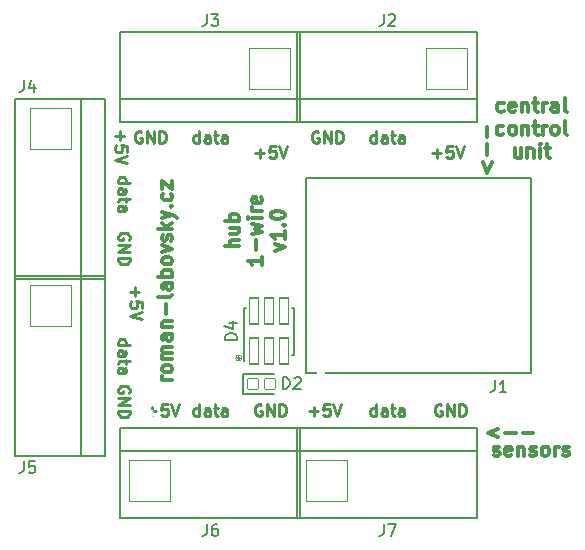
<source format=gto>
G04 #@! TF.GenerationSoftware,KiCad,Pcbnew,7.0.9*
G04 #@! TF.CreationDate,2023-12-23T15:59:00+01:00*
G04 #@! TF.ProjectId,hub-1-wire,6875622d-312d-4776-9972-652e6b696361,v1.0*
G04 #@! TF.SameCoordinates,Original*
G04 #@! TF.FileFunction,Legend,Top*
G04 #@! TF.FilePolarity,Positive*
%FSLAX46Y46*%
G04 Gerber Fmt 4.6, Leading zero omitted, Abs format (unit mm)*
G04 Created by KiCad (PCBNEW 7.0.9) date 2023-12-23 15:59:00*
%MOMM*%
%LPD*%
G01*
G04 APERTURE LIST*
G04 Aperture macros list*
%AMRoundRect*
0 Rectangle with rounded corners*
0 $1 Rounding radius*
0 $2 $3 $4 $5 $6 $7 $8 $9 X,Y pos of 4 corners*
0 Add a 4 corners polygon primitive as box body*
4,1,4,$2,$3,$4,$5,$6,$7,$8,$9,$2,$3,0*
0 Add four circle primitives for the rounded corners*
1,1,$1+$1,$2,$3*
1,1,$1+$1,$4,$5*
1,1,$1+$1,$6,$7*
1,1,$1+$1,$8,$9*
0 Add four rect primitives between the rounded corners*
20,1,$1+$1,$2,$3,$4,$5,0*
20,1,$1+$1,$4,$5,$6,$7,0*
20,1,$1+$1,$6,$7,$8,$9,0*
20,1,$1+$1,$8,$9,$2,$3,0*%
G04 Aperture macros list end*
%ADD10C,0.300000*%
%ADD11C,0.250000*%
%ADD12C,0.160000*%
%ADD13C,0.120000*%
%ADD14C,3.300000*%
%ADD15C,6.102000*%
%ADD16RoundRect,0.051000X1.750000X1.750000X-1.750000X1.750000X-1.750000X-1.750000X1.750000X-1.750000X0*%
%ADD17C,3.602000*%
%ADD18RoundRect,0.051000X1.750000X-1.750000X1.750000X1.750000X-1.750000X1.750000X-1.750000X-1.750000X0*%
%ADD19RoundRect,0.051000X-1.750000X-1.750000X1.750000X-1.750000X1.750000X1.750000X-1.750000X1.750000X0*%
%ADD20C,3.402000*%
%ADD21C,1.602000*%
%ADD22RoundRect,0.051000X0.400000X-1.100000X0.400000X1.100000X-0.400000X1.100000X-0.400000X-1.100000X0*%
%ADD23RoundRect,0.051000X-0.450000X-0.450000X0.450000X-0.450000X0.450000X0.450000X-0.450000X0.450000X0*%
%ADD24C,0.902000*%
G04 APERTURE END LIST*
D10*
X170935542Y-78752571D02*
X171278400Y-79666856D01*
X171278400Y-79666856D02*
X171621257Y-78752571D01*
X171278400Y-78181142D02*
X171278400Y-77266857D01*
X171278400Y-76695428D02*
X171278400Y-75781143D01*
X172199429Y-101339542D02*
X171285143Y-101682400D01*
X171285143Y-101682400D02*
X172199429Y-102025257D01*
X172770857Y-101682400D02*
X173685143Y-101682400D01*
X174256571Y-101682400D02*
X175170857Y-101682400D01*
X171806000Y-103606400D02*
X171920286Y-103663542D01*
X171920286Y-103663542D02*
X172148857Y-103663542D01*
X172148857Y-103663542D02*
X172263143Y-103606400D01*
X172263143Y-103606400D02*
X172320286Y-103492114D01*
X172320286Y-103492114D02*
X172320286Y-103434971D01*
X172320286Y-103434971D02*
X172263143Y-103320685D01*
X172263143Y-103320685D02*
X172148857Y-103263542D01*
X172148857Y-103263542D02*
X171977429Y-103263542D01*
X171977429Y-103263542D02*
X171863143Y-103206400D01*
X171863143Y-103206400D02*
X171806000Y-103092114D01*
X171806000Y-103092114D02*
X171806000Y-103034971D01*
X171806000Y-103034971D02*
X171863143Y-102920685D01*
X171863143Y-102920685D02*
X171977429Y-102863542D01*
X171977429Y-102863542D02*
X172148857Y-102863542D01*
X172148857Y-102863542D02*
X172263143Y-102920685D01*
X173291715Y-103606400D02*
X173177429Y-103663542D01*
X173177429Y-103663542D02*
X172948858Y-103663542D01*
X172948858Y-103663542D02*
X172834572Y-103606400D01*
X172834572Y-103606400D02*
X172777429Y-103492114D01*
X172777429Y-103492114D02*
X172777429Y-103034971D01*
X172777429Y-103034971D02*
X172834572Y-102920685D01*
X172834572Y-102920685D02*
X172948858Y-102863542D01*
X172948858Y-102863542D02*
X173177429Y-102863542D01*
X173177429Y-102863542D02*
X173291715Y-102920685D01*
X173291715Y-102920685D02*
X173348858Y-103034971D01*
X173348858Y-103034971D02*
X173348858Y-103149257D01*
X173348858Y-103149257D02*
X172777429Y-103263542D01*
X173863143Y-102863542D02*
X173863143Y-103663542D01*
X173863143Y-102977828D02*
X173920286Y-102920685D01*
X173920286Y-102920685D02*
X174034571Y-102863542D01*
X174034571Y-102863542D02*
X174206000Y-102863542D01*
X174206000Y-102863542D02*
X174320286Y-102920685D01*
X174320286Y-102920685D02*
X174377429Y-103034971D01*
X174377429Y-103034971D02*
X174377429Y-103663542D01*
X174891714Y-103606400D02*
X175006000Y-103663542D01*
X175006000Y-103663542D02*
X175234571Y-103663542D01*
X175234571Y-103663542D02*
X175348857Y-103606400D01*
X175348857Y-103606400D02*
X175406000Y-103492114D01*
X175406000Y-103492114D02*
X175406000Y-103434971D01*
X175406000Y-103434971D02*
X175348857Y-103320685D01*
X175348857Y-103320685D02*
X175234571Y-103263542D01*
X175234571Y-103263542D02*
X175063143Y-103263542D01*
X175063143Y-103263542D02*
X174948857Y-103206400D01*
X174948857Y-103206400D02*
X174891714Y-103092114D01*
X174891714Y-103092114D02*
X174891714Y-103034971D01*
X174891714Y-103034971D02*
X174948857Y-102920685D01*
X174948857Y-102920685D02*
X175063143Y-102863542D01*
X175063143Y-102863542D02*
X175234571Y-102863542D01*
X175234571Y-102863542D02*
X175348857Y-102920685D01*
X176091714Y-103663542D02*
X175977429Y-103606400D01*
X175977429Y-103606400D02*
X175920286Y-103549257D01*
X175920286Y-103549257D02*
X175863143Y-103434971D01*
X175863143Y-103434971D02*
X175863143Y-103092114D01*
X175863143Y-103092114D02*
X175920286Y-102977828D01*
X175920286Y-102977828D02*
X175977429Y-102920685D01*
X175977429Y-102920685D02*
X176091714Y-102863542D01*
X176091714Y-102863542D02*
X176263143Y-102863542D01*
X176263143Y-102863542D02*
X176377429Y-102920685D01*
X176377429Y-102920685D02*
X176434572Y-102977828D01*
X176434572Y-102977828D02*
X176491714Y-103092114D01*
X176491714Y-103092114D02*
X176491714Y-103434971D01*
X176491714Y-103434971D02*
X176434572Y-103549257D01*
X176434572Y-103549257D02*
X176377429Y-103606400D01*
X176377429Y-103606400D02*
X176263143Y-103663542D01*
X176263143Y-103663542D02*
X176091714Y-103663542D01*
X177006000Y-103663542D02*
X177006000Y-102863542D01*
X177006000Y-103092114D02*
X177063143Y-102977828D01*
X177063143Y-102977828D02*
X177120286Y-102920685D01*
X177120286Y-102920685D02*
X177234571Y-102863542D01*
X177234571Y-102863542D02*
X177348857Y-102863542D01*
X177691714Y-103606400D02*
X177806000Y-103663542D01*
X177806000Y-103663542D02*
X178034571Y-103663542D01*
X178034571Y-103663542D02*
X178148857Y-103606400D01*
X178148857Y-103606400D02*
X178206000Y-103492114D01*
X178206000Y-103492114D02*
X178206000Y-103434971D01*
X178206000Y-103434971D02*
X178148857Y-103320685D01*
X178148857Y-103320685D02*
X178034571Y-103263542D01*
X178034571Y-103263542D02*
X177863143Y-103263542D01*
X177863143Y-103263542D02*
X177748857Y-103206400D01*
X177748857Y-103206400D02*
X177691714Y-103092114D01*
X177691714Y-103092114D02*
X177691714Y-103034971D01*
X177691714Y-103034971D02*
X177748857Y-102920685D01*
X177748857Y-102920685D02*
X177863143Y-102863542D01*
X177863143Y-102863542D02*
X178034571Y-102863542D01*
X178034571Y-102863542D02*
X178148857Y-102920685D01*
X150245542Y-85924856D02*
X149045542Y-85924856D01*
X150245542Y-85410571D02*
X149616971Y-85410571D01*
X149616971Y-85410571D02*
X149502685Y-85467713D01*
X149502685Y-85467713D02*
X149445542Y-85581999D01*
X149445542Y-85581999D02*
X149445542Y-85753428D01*
X149445542Y-85753428D02*
X149502685Y-85867713D01*
X149502685Y-85867713D02*
X149559828Y-85924856D01*
X149445542Y-84324857D02*
X150245542Y-84324857D01*
X149445542Y-84839142D02*
X150074114Y-84839142D01*
X150074114Y-84839142D02*
X150188400Y-84781999D01*
X150188400Y-84781999D02*
X150245542Y-84667714D01*
X150245542Y-84667714D02*
X150245542Y-84496285D01*
X150245542Y-84496285D02*
X150188400Y-84381999D01*
X150188400Y-84381999D02*
X150131257Y-84324857D01*
X150245542Y-83753428D02*
X149045542Y-83753428D01*
X149502685Y-83753428D02*
X149445542Y-83639143D01*
X149445542Y-83639143D02*
X149445542Y-83410571D01*
X149445542Y-83410571D02*
X149502685Y-83296285D01*
X149502685Y-83296285D02*
X149559828Y-83239143D01*
X149559828Y-83239143D02*
X149674114Y-83182000D01*
X149674114Y-83182000D02*
X150016971Y-83182000D01*
X150016971Y-83182000D02*
X150131257Y-83239143D01*
X150131257Y-83239143D02*
X150188400Y-83296285D01*
X150188400Y-83296285D02*
X150245542Y-83410571D01*
X150245542Y-83410571D02*
X150245542Y-83639143D01*
X150245542Y-83639143D02*
X150188400Y-83753428D01*
X152177542Y-86781999D02*
X152177542Y-87467713D01*
X152177542Y-87124856D02*
X150977542Y-87124856D01*
X150977542Y-87124856D02*
X151148971Y-87239142D01*
X151148971Y-87239142D02*
X151263257Y-87353427D01*
X151263257Y-87353427D02*
X151320400Y-87467713D01*
X151720400Y-86267713D02*
X151720400Y-85353428D01*
X151377542Y-84896285D02*
X152177542Y-84667714D01*
X152177542Y-84667714D02*
X151606114Y-84439142D01*
X151606114Y-84439142D02*
X152177542Y-84210571D01*
X152177542Y-84210571D02*
X151377542Y-83981999D01*
X152177542Y-83524856D02*
X151377542Y-83524856D01*
X150977542Y-83524856D02*
X151034685Y-83581999D01*
X151034685Y-83581999D02*
X151091828Y-83524856D01*
X151091828Y-83524856D02*
X151034685Y-83467713D01*
X151034685Y-83467713D02*
X150977542Y-83524856D01*
X150977542Y-83524856D02*
X151091828Y-83524856D01*
X152177542Y-82953427D02*
X151377542Y-82953427D01*
X151606114Y-82953427D02*
X151491828Y-82896284D01*
X151491828Y-82896284D02*
X151434685Y-82839142D01*
X151434685Y-82839142D02*
X151377542Y-82724856D01*
X151377542Y-82724856D02*
X151377542Y-82610570D01*
X152120400Y-81753427D02*
X152177542Y-81867713D01*
X152177542Y-81867713D02*
X152177542Y-82096285D01*
X152177542Y-82096285D02*
X152120400Y-82210570D01*
X152120400Y-82210570D02*
X152006114Y-82267713D01*
X152006114Y-82267713D02*
X151548971Y-82267713D01*
X151548971Y-82267713D02*
X151434685Y-82210570D01*
X151434685Y-82210570D02*
X151377542Y-82096285D01*
X151377542Y-82096285D02*
X151377542Y-81867713D01*
X151377542Y-81867713D02*
X151434685Y-81753427D01*
X151434685Y-81753427D02*
X151548971Y-81696285D01*
X151548971Y-81696285D02*
X151663257Y-81696285D01*
X151663257Y-81696285D02*
X151777542Y-82267713D01*
X153309542Y-86296285D02*
X154109542Y-86010571D01*
X154109542Y-86010571D02*
X153309542Y-85724856D01*
X154109542Y-84639142D02*
X154109542Y-85324856D01*
X154109542Y-84981999D02*
X152909542Y-84981999D01*
X152909542Y-84981999D02*
X153080971Y-85096285D01*
X153080971Y-85096285D02*
X153195257Y-85210570D01*
X153195257Y-85210570D02*
X153252400Y-85324856D01*
X153995257Y-84124856D02*
X154052400Y-84067713D01*
X154052400Y-84067713D02*
X154109542Y-84124856D01*
X154109542Y-84124856D02*
X154052400Y-84181999D01*
X154052400Y-84181999D02*
X153995257Y-84124856D01*
X153995257Y-84124856D02*
X154109542Y-84124856D01*
X152909542Y-83324856D02*
X152909542Y-83210570D01*
X152909542Y-83210570D02*
X152966685Y-83096284D01*
X152966685Y-83096284D02*
X153023828Y-83039142D01*
X153023828Y-83039142D02*
X153138114Y-82981999D01*
X153138114Y-82981999D02*
X153366685Y-82924856D01*
X153366685Y-82924856D02*
X153652400Y-82924856D01*
X153652400Y-82924856D02*
X153880971Y-82981999D01*
X153880971Y-82981999D02*
X153995257Y-83039142D01*
X153995257Y-83039142D02*
X154052400Y-83096284D01*
X154052400Y-83096284D02*
X154109542Y-83210570D01*
X154109542Y-83210570D02*
X154109542Y-83324856D01*
X154109542Y-83324856D02*
X154052400Y-83439142D01*
X154052400Y-83439142D02*
X153995257Y-83496284D01*
X153995257Y-83496284D02*
X153880971Y-83553427D01*
X153880971Y-83553427D02*
X153652400Y-83610570D01*
X153652400Y-83610570D02*
X153366685Y-83610570D01*
X153366685Y-83610570D02*
X153138114Y-83553427D01*
X153138114Y-83553427D02*
X153023828Y-83496284D01*
X153023828Y-83496284D02*
X152966685Y-83439142D01*
X152966685Y-83439142D02*
X152909542Y-83324856D01*
X172663144Y-74496400D02*
X172548858Y-74553542D01*
X172548858Y-74553542D02*
X172320286Y-74553542D01*
X172320286Y-74553542D02*
X172206001Y-74496400D01*
X172206001Y-74496400D02*
X172148858Y-74439257D01*
X172148858Y-74439257D02*
X172091715Y-74324971D01*
X172091715Y-74324971D02*
X172091715Y-73982114D01*
X172091715Y-73982114D02*
X172148858Y-73867828D01*
X172148858Y-73867828D02*
X172206001Y-73810685D01*
X172206001Y-73810685D02*
X172320286Y-73753542D01*
X172320286Y-73753542D02*
X172548858Y-73753542D01*
X172548858Y-73753542D02*
X172663144Y-73810685D01*
X173634572Y-74496400D02*
X173520286Y-74553542D01*
X173520286Y-74553542D02*
X173291715Y-74553542D01*
X173291715Y-74553542D02*
X173177429Y-74496400D01*
X173177429Y-74496400D02*
X173120286Y-74382114D01*
X173120286Y-74382114D02*
X173120286Y-73924971D01*
X173120286Y-73924971D02*
X173177429Y-73810685D01*
X173177429Y-73810685D02*
X173291715Y-73753542D01*
X173291715Y-73753542D02*
X173520286Y-73753542D01*
X173520286Y-73753542D02*
X173634572Y-73810685D01*
X173634572Y-73810685D02*
X173691715Y-73924971D01*
X173691715Y-73924971D02*
X173691715Y-74039257D01*
X173691715Y-74039257D02*
X173120286Y-74153542D01*
X174206000Y-73753542D02*
X174206000Y-74553542D01*
X174206000Y-73867828D02*
X174263143Y-73810685D01*
X174263143Y-73810685D02*
X174377428Y-73753542D01*
X174377428Y-73753542D02*
X174548857Y-73753542D01*
X174548857Y-73753542D02*
X174663143Y-73810685D01*
X174663143Y-73810685D02*
X174720286Y-73924971D01*
X174720286Y-73924971D02*
X174720286Y-74553542D01*
X175120285Y-73753542D02*
X175577428Y-73753542D01*
X175291714Y-73353542D02*
X175291714Y-74382114D01*
X175291714Y-74382114D02*
X175348857Y-74496400D01*
X175348857Y-74496400D02*
X175463142Y-74553542D01*
X175463142Y-74553542D02*
X175577428Y-74553542D01*
X175977428Y-74553542D02*
X175977428Y-73753542D01*
X175977428Y-73982114D02*
X176034571Y-73867828D01*
X176034571Y-73867828D02*
X176091714Y-73810685D01*
X176091714Y-73810685D02*
X176205999Y-73753542D01*
X176205999Y-73753542D02*
X176320285Y-73753542D01*
X177234571Y-74553542D02*
X177234571Y-73924971D01*
X177234571Y-73924971D02*
X177177428Y-73810685D01*
X177177428Y-73810685D02*
X177063142Y-73753542D01*
X177063142Y-73753542D02*
X176834571Y-73753542D01*
X176834571Y-73753542D02*
X176720285Y-73810685D01*
X177234571Y-74496400D02*
X177120285Y-74553542D01*
X177120285Y-74553542D02*
X176834571Y-74553542D01*
X176834571Y-74553542D02*
X176720285Y-74496400D01*
X176720285Y-74496400D02*
X176663142Y-74382114D01*
X176663142Y-74382114D02*
X176663142Y-74267828D01*
X176663142Y-74267828D02*
X176720285Y-74153542D01*
X176720285Y-74153542D02*
X176834571Y-74096400D01*
X176834571Y-74096400D02*
X177120285Y-74096400D01*
X177120285Y-74096400D02*
X177234571Y-74039257D01*
X177977427Y-74553542D02*
X177863142Y-74496400D01*
X177863142Y-74496400D02*
X177805999Y-74382114D01*
X177805999Y-74382114D02*
X177805999Y-73353542D01*
X172634573Y-76428400D02*
X172520287Y-76485542D01*
X172520287Y-76485542D02*
X172291715Y-76485542D01*
X172291715Y-76485542D02*
X172177430Y-76428400D01*
X172177430Y-76428400D02*
X172120287Y-76371257D01*
X172120287Y-76371257D02*
X172063144Y-76256971D01*
X172063144Y-76256971D02*
X172063144Y-75914114D01*
X172063144Y-75914114D02*
X172120287Y-75799828D01*
X172120287Y-75799828D02*
X172177430Y-75742685D01*
X172177430Y-75742685D02*
X172291715Y-75685542D01*
X172291715Y-75685542D02*
X172520287Y-75685542D01*
X172520287Y-75685542D02*
X172634573Y-75742685D01*
X173320286Y-76485542D02*
X173206001Y-76428400D01*
X173206001Y-76428400D02*
X173148858Y-76371257D01*
X173148858Y-76371257D02*
X173091715Y-76256971D01*
X173091715Y-76256971D02*
X173091715Y-75914114D01*
X173091715Y-75914114D02*
X173148858Y-75799828D01*
X173148858Y-75799828D02*
X173206001Y-75742685D01*
X173206001Y-75742685D02*
X173320286Y-75685542D01*
X173320286Y-75685542D02*
X173491715Y-75685542D01*
X173491715Y-75685542D02*
X173606001Y-75742685D01*
X173606001Y-75742685D02*
X173663144Y-75799828D01*
X173663144Y-75799828D02*
X173720286Y-75914114D01*
X173720286Y-75914114D02*
X173720286Y-76256971D01*
X173720286Y-76256971D02*
X173663144Y-76371257D01*
X173663144Y-76371257D02*
X173606001Y-76428400D01*
X173606001Y-76428400D02*
X173491715Y-76485542D01*
X173491715Y-76485542D02*
X173320286Y-76485542D01*
X174234572Y-75685542D02*
X174234572Y-76485542D01*
X174234572Y-75799828D02*
X174291715Y-75742685D01*
X174291715Y-75742685D02*
X174406000Y-75685542D01*
X174406000Y-75685542D02*
X174577429Y-75685542D01*
X174577429Y-75685542D02*
X174691715Y-75742685D01*
X174691715Y-75742685D02*
X174748858Y-75856971D01*
X174748858Y-75856971D02*
X174748858Y-76485542D01*
X175148857Y-75685542D02*
X175606000Y-75685542D01*
X175320286Y-75285542D02*
X175320286Y-76314114D01*
X175320286Y-76314114D02*
X175377429Y-76428400D01*
X175377429Y-76428400D02*
X175491714Y-76485542D01*
X175491714Y-76485542D02*
X175606000Y-76485542D01*
X176006000Y-76485542D02*
X176006000Y-75685542D01*
X176006000Y-75914114D02*
X176063143Y-75799828D01*
X176063143Y-75799828D02*
X176120286Y-75742685D01*
X176120286Y-75742685D02*
X176234571Y-75685542D01*
X176234571Y-75685542D02*
X176348857Y-75685542D01*
X176920285Y-76485542D02*
X176806000Y-76428400D01*
X176806000Y-76428400D02*
X176748857Y-76371257D01*
X176748857Y-76371257D02*
X176691714Y-76256971D01*
X176691714Y-76256971D02*
X176691714Y-75914114D01*
X176691714Y-75914114D02*
X176748857Y-75799828D01*
X176748857Y-75799828D02*
X176806000Y-75742685D01*
X176806000Y-75742685D02*
X176920285Y-75685542D01*
X176920285Y-75685542D02*
X177091714Y-75685542D01*
X177091714Y-75685542D02*
X177206000Y-75742685D01*
X177206000Y-75742685D02*
X177263143Y-75799828D01*
X177263143Y-75799828D02*
X177320285Y-75914114D01*
X177320285Y-75914114D02*
X177320285Y-76256971D01*
X177320285Y-76256971D02*
X177263143Y-76371257D01*
X177263143Y-76371257D02*
X177206000Y-76428400D01*
X177206000Y-76428400D02*
X177091714Y-76485542D01*
X177091714Y-76485542D02*
X176920285Y-76485542D01*
X178005999Y-76485542D02*
X177891714Y-76428400D01*
X177891714Y-76428400D02*
X177834571Y-76314114D01*
X177834571Y-76314114D02*
X177834571Y-75285542D01*
X174091715Y-77617542D02*
X174091715Y-78417542D01*
X173577429Y-77617542D02*
X173577429Y-78246114D01*
X173577429Y-78246114D02*
X173634572Y-78360400D01*
X173634572Y-78360400D02*
X173748857Y-78417542D01*
X173748857Y-78417542D02*
X173920286Y-78417542D01*
X173920286Y-78417542D02*
X174034572Y-78360400D01*
X174034572Y-78360400D02*
X174091715Y-78303257D01*
X174663143Y-77617542D02*
X174663143Y-78417542D01*
X174663143Y-77731828D02*
X174720286Y-77674685D01*
X174720286Y-77674685D02*
X174834571Y-77617542D01*
X174834571Y-77617542D02*
X175006000Y-77617542D01*
X175006000Y-77617542D02*
X175120286Y-77674685D01*
X175120286Y-77674685D02*
X175177429Y-77788971D01*
X175177429Y-77788971D02*
X175177429Y-78417542D01*
X175748857Y-78417542D02*
X175748857Y-77617542D01*
X175748857Y-77217542D02*
X175691714Y-77274685D01*
X175691714Y-77274685D02*
X175748857Y-77331828D01*
X175748857Y-77331828D02*
X175806000Y-77274685D01*
X175806000Y-77274685D02*
X175748857Y-77217542D01*
X175748857Y-77217542D02*
X175748857Y-77331828D01*
X176148857Y-77617542D02*
X176606000Y-77617542D01*
X176320286Y-77217542D02*
X176320286Y-78246114D01*
X176320286Y-78246114D02*
X176377429Y-78360400D01*
X176377429Y-78360400D02*
X176491714Y-78417542D01*
X176491714Y-78417542D02*
X176606000Y-78417542D01*
X144557542Y-97271427D02*
X143757542Y-97271427D01*
X143986114Y-97271427D02*
X143871828Y-97214284D01*
X143871828Y-97214284D02*
X143814685Y-97157142D01*
X143814685Y-97157142D02*
X143757542Y-97042856D01*
X143757542Y-97042856D02*
X143757542Y-96928570D01*
X144557542Y-96357142D02*
X144500400Y-96471427D01*
X144500400Y-96471427D02*
X144443257Y-96528570D01*
X144443257Y-96528570D02*
X144328971Y-96585713D01*
X144328971Y-96585713D02*
X143986114Y-96585713D01*
X143986114Y-96585713D02*
X143871828Y-96528570D01*
X143871828Y-96528570D02*
X143814685Y-96471427D01*
X143814685Y-96471427D02*
X143757542Y-96357142D01*
X143757542Y-96357142D02*
X143757542Y-96185713D01*
X143757542Y-96185713D02*
X143814685Y-96071427D01*
X143814685Y-96071427D02*
X143871828Y-96014285D01*
X143871828Y-96014285D02*
X143986114Y-95957142D01*
X143986114Y-95957142D02*
X144328971Y-95957142D01*
X144328971Y-95957142D02*
X144443257Y-96014285D01*
X144443257Y-96014285D02*
X144500400Y-96071427D01*
X144500400Y-96071427D02*
X144557542Y-96185713D01*
X144557542Y-96185713D02*
X144557542Y-96357142D01*
X144557542Y-95442856D02*
X143757542Y-95442856D01*
X143871828Y-95442856D02*
X143814685Y-95385713D01*
X143814685Y-95385713D02*
X143757542Y-95271428D01*
X143757542Y-95271428D02*
X143757542Y-95099999D01*
X143757542Y-95099999D02*
X143814685Y-94985713D01*
X143814685Y-94985713D02*
X143928971Y-94928571D01*
X143928971Y-94928571D02*
X144557542Y-94928571D01*
X143928971Y-94928571D02*
X143814685Y-94871428D01*
X143814685Y-94871428D02*
X143757542Y-94757142D01*
X143757542Y-94757142D02*
X143757542Y-94585713D01*
X143757542Y-94585713D02*
X143814685Y-94471428D01*
X143814685Y-94471428D02*
X143928971Y-94414285D01*
X143928971Y-94414285D02*
X144557542Y-94414285D01*
X144557542Y-93328571D02*
X143928971Y-93328571D01*
X143928971Y-93328571D02*
X143814685Y-93385713D01*
X143814685Y-93385713D02*
X143757542Y-93499999D01*
X143757542Y-93499999D02*
X143757542Y-93728571D01*
X143757542Y-93728571D02*
X143814685Y-93842856D01*
X144500400Y-93328571D02*
X144557542Y-93442856D01*
X144557542Y-93442856D02*
X144557542Y-93728571D01*
X144557542Y-93728571D02*
X144500400Y-93842856D01*
X144500400Y-93842856D02*
X144386114Y-93899999D01*
X144386114Y-93899999D02*
X144271828Y-93899999D01*
X144271828Y-93899999D02*
X144157542Y-93842856D01*
X144157542Y-93842856D02*
X144100400Y-93728571D01*
X144100400Y-93728571D02*
X144100400Y-93442856D01*
X144100400Y-93442856D02*
X144043257Y-93328571D01*
X143757542Y-92757142D02*
X144557542Y-92757142D01*
X143871828Y-92757142D02*
X143814685Y-92699999D01*
X143814685Y-92699999D02*
X143757542Y-92585714D01*
X143757542Y-92585714D02*
X143757542Y-92414285D01*
X143757542Y-92414285D02*
X143814685Y-92299999D01*
X143814685Y-92299999D02*
X143928971Y-92242857D01*
X143928971Y-92242857D02*
X144557542Y-92242857D01*
X144100400Y-91671428D02*
X144100400Y-90757143D01*
X144557542Y-90014286D02*
X144500400Y-90128571D01*
X144500400Y-90128571D02*
X144386114Y-90185714D01*
X144386114Y-90185714D02*
X143357542Y-90185714D01*
X144557542Y-89042858D02*
X143928971Y-89042858D01*
X143928971Y-89042858D02*
X143814685Y-89100000D01*
X143814685Y-89100000D02*
X143757542Y-89214286D01*
X143757542Y-89214286D02*
X143757542Y-89442858D01*
X143757542Y-89442858D02*
X143814685Y-89557143D01*
X144500400Y-89042858D02*
X144557542Y-89157143D01*
X144557542Y-89157143D02*
X144557542Y-89442858D01*
X144557542Y-89442858D02*
X144500400Y-89557143D01*
X144500400Y-89557143D02*
X144386114Y-89614286D01*
X144386114Y-89614286D02*
X144271828Y-89614286D01*
X144271828Y-89614286D02*
X144157542Y-89557143D01*
X144157542Y-89557143D02*
X144100400Y-89442858D01*
X144100400Y-89442858D02*
X144100400Y-89157143D01*
X144100400Y-89157143D02*
X144043257Y-89042858D01*
X144557542Y-88471429D02*
X143357542Y-88471429D01*
X143814685Y-88471429D02*
X143757542Y-88357144D01*
X143757542Y-88357144D02*
X143757542Y-88128572D01*
X143757542Y-88128572D02*
X143814685Y-88014286D01*
X143814685Y-88014286D02*
X143871828Y-87957144D01*
X143871828Y-87957144D02*
X143986114Y-87900001D01*
X143986114Y-87900001D02*
X144328971Y-87900001D01*
X144328971Y-87900001D02*
X144443257Y-87957144D01*
X144443257Y-87957144D02*
X144500400Y-88014286D01*
X144500400Y-88014286D02*
X144557542Y-88128572D01*
X144557542Y-88128572D02*
X144557542Y-88357144D01*
X144557542Y-88357144D02*
X144500400Y-88471429D01*
X144557542Y-87214287D02*
X144500400Y-87328572D01*
X144500400Y-87328572D02*
X144443257Y-87385715D01*
X144443257Y-87385715D02*
X144328971Y-87442858D01*
X144328971Y-87442858D02*
X143986114Y-87442858D01*
X143986114Y-87442858D02*
X143871828Y-87385715D01*
X143871828Y-87385715D02*
X143814685Y-87328572D01*
X143814685Y-87328572D02*
X143757542Y-87214287D01*
X143757542Y-87214287D02*
X143757542Y-87042858D01*
X143757542Y-87042858D02*
X143814685Y-86928572D01*
X143814685Y-86928572D02*
X143871828Y-86871430D01*
X143871828Y-86871430D02*
X143986114Y-86814287D01*
X143986114Y-86814287D02*
X144328971Y-86814287D01*
X144328971Y-86814287D02*
X144443257Y-86871430D01*
X144443257Y-86871430D02*
X144500400Y-86928572D01*
X144500400Y-86928572D02*
X144557542Y-87042858D01*
X144557542Y-87042858D02*
X144557542Y-87214287D01*
X143757542Y-86414287D02*
X144557542Y-86128573D01*
X144557542Y-86128573D02*
X143757542Y-85842858D01*
X144500400Y-85442858D02*
X144557542Y-85328572D01*
X144557542Y-85328572D02*
X144557542Y-85100001D01*
X144557542Y-85100001D02*
X144500400Y-84985715D01*
X144500400Y-84985715D02*
X144386114Y-84928572D01*
X144386114Y-84928572D02*
X144328971Y-84928572D01*
X144328971Y-84928572D02*
X144214685Y-84985715D01*
X144214685Y-84985715D02*
X144157542Y-85100001D01*
X144157542Y-85100001D02*
X144157542Y-85271430D01*
X144157542Y-85271430D02*
X144100400Y-85385715D01*
X144100400Y-85385715D02*
X143986114Y-85442858D01*
X143986114Y-85442858D02*
X143928971Y-85442858D01*
X143928971Y-85442858D02*
X143814685Y-85385715D01*
X143814685Y-85385715D02*
X143757542Y-85271430D01*
X143757542Y-85271430D02*
X143757542Y-85100001D01*
X143757542Y-85100001D02*
X143814685Y-84985715D01*
X144557542Y-84414286D02*
X143357542Y-84414286D01*
X144100400Y-84300001D02*
X144557542Y-83957143D01*
X143757542Y-83957143D02*
X144214685Y-84414286D01*
X143757542Y-83557143D02*
X144557542Y-83271429D01*
X143757542Y-82985714D02*
X144557542Y-83271429D01*
X144557542Y-83271429D02*
X144843257Y-83385714D01*
X144843257Y-83385714D02*
X144900400Y-83442857D01*
X144900400Y-83442857D02*
X144957542Y-83557143D01*
X144443257Y-82528571D02*
X144500400Y-82471428D01*
X144500400Y-82471428D02*
X144557542Y-82528571D01*
X144557542Y-82528571D02*
X144500400Y-82585714D01*
X144500400Y-82585714D02*
X144443257Y-82528571D01*
X144443257Y-82528571D02*
X144557542Y-82528571D01*
X144500400Y-81442857D02*
X144557542Y-81557142D01*
X144557542Y-81557142D02*
X144557542Y-81785714D01*
X144557542Y-81785714D02*
X144500400Y-81899999D01*
X144500400Y-81899999D02*
X144443257Y-81957142D01*
X144443257Y-81957142D02*
X144328971Y-82014285D01*
X144328971Y-82014285D02*
X143986114Y-82014285D01*
X143986114Y-82014285D02*
X143871828Y-81957142D01*
X143871828Y-81957142D02*
X143814685Y-81899999D01*
X143814685Y-81899999D02*
X143757542Y-81785714D01*
X143757542Y-81785714D02*
X143757542Y-81557142D01*
X143757542Y-81557142D02*
X143814685Y-81442857D01*
X143757542Y-81042857D02*
X143757542Y-80414286D01*
X143757542Y-80414286D02*
X144557542Y-81042857D01*
X144557542Y-81042857D02*
X144557542Y-80414286D01*
D11*
X156194286Y-99890666D02*
X156956191Y-99890666D01*
X156575238Y-100271619D02*
X156575238Y-99509714D01*
X157908571Y-99271619D02*
X157432381Y-99271619D01*
X157432381Y-99271619D02*
X157384762Y-99747809D01*
X157384762Y-99747809D02*
X157432381Y-99700190D01*
X157432381Y-99700190D02*
X157527619Y-99652571D01*
X157527619Y-99652571D02*
X157765714Y-99652571D01*
X157765714Y-99652571D02*
X157860952Y-99700190D01*
X157860952Y-99700190D02*
X157908571Y-99747809D01*
X157908571Y-99747809D02*
X157956190Y-99843047D01*
X157956190Y-99843047D02*
X157956190Y-100081142D01*
X157956190Y-100081142D02*
X157908571Y-100176380D01*
X157908571Y-100176380D02*
X157860952Y-100224000D01*
X157860952Y-100224000D02*
X157765714Y-100271619D01*
X157765714Y-100271619D02*
X157527619Y-100271619D01*
X157527619Y-100271619D02*
X157432381Y-100224000D01*
X157432381Y-100224000D02*
X157384762Y-100176380D01*
X158241905Y-99271619D02*
X158575238Y-100271619D01*
X158575238Y-100271619D02*
X158908571Y-99271619D01*
X161837809Y-100271619D02*
X161837809Y-99271619D01*
X161837809Y-100224000D02*
X161742571Y-100271619D01*
X161742571Y-100271619D02*
X161552095Y-100271619D01*
X161552095Y-100271619D02*
X161456857Y-100224000D01*
X161456857Y-100224000D02*
X161409238Y-100176380D01*
X161409238Y-100176380D02*
X161361619Y-100081142D01*
X161361619Y-100081142D02*
X161361619Y-99795428D01*
X161361619Y-99795428D02*
X161409238Y-99700190D01*
X161409238Y-99700190D02*
X161456857Y-99652571D01*
X161456857Y-99652571D02*
X161552095Y-99604952D01*
X161552095Y-99604952D02*
X161742571Y-99604952D01*
X161742571Y-99604952D02*
X161837809Y-99652571D01*
X162742571Y-100271619D02*
X162742571Y-99747809D01*
X162742571Y-99747809D02*
X162694952Y-99652571D01*
X162694952Y-99652571D02*
X162599714Y-99604952D01*
X162599714Y-99604952D02*
X162409238Y-99604952D01*
X162409238Y-99604952D02*
X162314000Y-99652571D01*
X162742571Y-100224000D02*
X162647333Y-100271619D01*
X162647333Y-100271619D02*
X162409238Y-100271619D01*
X162409238Y-100271619D02*
X162314000Y-100224000D01*
X162314000Y-100224000D02*
X162266381Y-100128761D01*
X162266381Y-100128761D02*
X162266381Y-100033523D01*
X162266381Y-100033523D02*
X162314000Y-99938285D01*
X162314000Y-99938285D02*
X162409238Y-99890666D01*
X162409238Y-99890666D02*
X162647333Y-99890666D01*
X162647333Y-99890666D02*
X162742571Y-99843047D01*
X163075905Y-99604952D02*
X163456857Y-99604952D01*
X163218762Y-99271619D02*
X163218762Y-100128761D01*
X163218762Y-100128761D02*
X163266381Y-100224000D01*
X163266381Y-100224000D02*
X163361619Y-100271619D01*
X163361619Y-100271619D02*
X163456857Y-100271619D01*
X164218762Y-100271619D02*
X164218762Y-99747809D01*
X164218762Y-99747809D02*
X164171143Y-99652571D01*
X164171143Y-99652571D02*
X164075905Y-99604952D01*
X164075905Y-99604952D02*
X163885429Y-99604952D01*
X163885429Y-99604952D02*
X163790191Y-99652571D01*
X164218762Y-100224000D02*
X164123524Y-100271619D01*
X164123524Y-100271619D02*
X163885429Y-100271619D01*
X163885429Y-100271619D02*
X163790191Y-100224000D01*
X163790191Y-100224000D02*
X163742572Y-100128761D01*
X163742572Y-100128761D02*
X163742572Y-100033523D01*
X163742572Y-100033523D02*
X163790191Y-99938285D01*
X163790191Y-99938285D02*
X163885429Y-99890666D01*
X163885429Y-99890666D02*
X164123524Y-99890666D01*
X164123524Y-99890666D02*
X164218762Y-99843047D01*
X167386095Y-99319238D02*
X167290857Y-99271619D01*
X167290857Y-99271619D02*
X167148000Y-99271619D01*
X167148000Y-99271619D02*
X167005143Y-99319238D01*
X167005143Y-99319238D02*
X166909905Y-99414476D01*
X166909905Y-99414476D02*
X166862286Y-99509714D01*
X166862286Y-99509714D02*
X166814667Y-99700190D01*
X166814667Y-99700190D02*
X166814667Y-99843047D01*
X166814667Y-99843047D02*
X166862286Y-100033523D01*
X166862286Y-100033523D02*
X166909905Y-100128761D01*
X166909905Y-100128761D02*
X167005143Y-100224000D01*
X167005143Y-100224000D02*
X167148000Y-100271619D01*
X167148000Y-100271619D02*
X167243238Y-100271619D01*
X167243238Y-100271619D02*
X167386095Y-100224000D01*
X167386095Y-100224000D02*
X167433714Y-100176380D01*
X167433714Y-100176380D02*
X167433714Y-99843047D01*
X167433714Y-99843047D02*
X167243238Y-99843047D01*
X167862286Y-100271619D02*
X167862286Y-99271619D01*
X167862286Y-99271619D02*
X168433714Y-100271619D01*
X168433714Y-100271619D02*
X168433714Y-99271619D01*
X168909905Y-100271619D02*
X168909905Y-99271619D01*
X168909905Y-99271619D02*
X169148000Y-99271619D01*
X169148000Y-99271619D02*
X169290857Y-99319238D01*
X169290857Y-99319238D02*
X169386095Y-99414476D01*
X169386095Y-99414476D02*
X169433714Y-99509714D01*
X169433714Y-99509714D02*
X169481333Y-99700190D01*
X169481333Y-99700190D02*
X169481333Y-99843047D01*
X169481333Y-99843047D02*
X169433714Y-100033523D01*
X169433714Y-100033523D02*
X169386095Y-100128761D01*
X169386095Y-100128761D02*
X169290857Y-100224000D01*
X169290857Y-100224000D02*
X169148000Y-100271619D01*
X169148000Y-100271619D02*
X168909905Y-100271619D01*
X142478286Y-99890666D02*
X143240191Y-99890666D01*
X142859238Y-100271619D02*
X142859238Y-99509714D01*
X144192571Y-99271619D02*
X143716381Y-99271619D01*
X143716381Y-99271619D02*
X143668762Y-99747809D01*
X143668762Y-99747809D02*
X143716381Y-99700190D01*
X143716381Y-99700190D02*
X143811619Y-99652571D01*
X143811619Y-99652571D02*
X144049714Y-99652571D01*
X144049714Y-99652571D02*
X144144952Y-99700190D01*
X144144952Y-99700190D02*
X144192571Y-99747809D01*
X144192571Y-99747809D02*
X144240190Y-99843047D01*
X144240190Y-99843047D02*
X144240190Y-100081142D01*
X144240190Y-100081142D02*
X144192571Y-100176380D01*
X144192571Y-100176380D02*
X144144952Y-100224000D01*
X144144952Y-100224000D02*
X144049714Y-100271619D01*
X144049714Y-100271619D02*
X143811619Y-100271619D01*
X143811619Y-100271619D02*
X143716381Y-100224000D01*
X143716381Y-100224000D02*
X143668762Y-100176380D01*
X144525905Y-99271619D02*
X144859238Y-100271619D01*
X144859238Y-100271619D02*
X145192571Y-99271619D01*
X146851809Y-100271619D02*
X146851809Y-99271619D01*
X146851809Y-100224000D02*
X146756571Y-100271619D01*
X146756571Y-100271619D02*
X146566095Y-100271619D01*
X146566095Y-100271619D02*
X146470857Y-100224000D01*
X146470857Y-100224000D02*
X146423238Y-100176380D01*
X146423238Y-100176380D02*
X146375619Y-100081142D01*
X146375619Y-100081142D02*
X146375619Y-99795428D01*
X146375619Y-99795428D02*
X146423238Y-99700190D01*
X146423238Y-99700190D02*
X146470857Y-99652571D01*
X146470857Y-99652571D02*
X146566095Y-99604952D01*
X146566095Y-99604952D02*
X146756571Y-99604952D01*
X146756571Y-99604952D02*
X146851809Y-99652571D01*
X147756571Y-100271619D02*
X147756571Y-99747809D01*
X147756571Y-99747809D02*
X147708952Y-99652571D01*
X147708952Y-99652571D02*
X147613714Y-99604952D01*
X147613714Y-99604952D02*
X147423238Y-99604952D01*
X147423238Y-99604952D02*
X147328000Y-99652571D01*
X147756571Y-100224000D02*
X147661333Y-100271619D01*
X147661333Y-100271619D02*
X147423238Y-100271619D01*
X147423238Y-100271619D02*
X147328000Y-100224000D01*
X147328000Y-100224000D02*
X147280381Y-100128761D01*
X147280381Y-100128761D02*
X147280381Y-100033523D01*
X147280381Y-100033523D02*
X147328000Y-99938285D01*
X147328000Y-99938285D02*
X147423238Y-99890666D01*
X147423238Y-99890666D02*
X147661333Y-99890666D01*
X147661333Y-99890666D02*
X147756571Y-99843047D01*
X148089905Y-99604952D02*
X148470857Y-99604952D01*
X148232762Y-99271619D02*
X148232762Y-100128761D01*
X148232762Y-100128761D02*
X148280381Y-100224000D01*
X148280381Y-100224000D02*
X148375619Y-100271619D01*
X148375619Y-100271619D02*
X148470857Y-100271619D01*
X149232762Y-100271619D02*
X149232762Y-99747809D01*
X149232762Y-99747809D02*
X149185143Y-99652571D01*
X149185143Y-99652571D02*
X149089905Y-99604952D01*
X149089905Y-99604952D02*
X148899429Y-99604952D01*
X148899429Y-99604952D02*
X148804191Y-99652571D01*
X149232762Y-100224000D02*
X149137524Y-100271619D01*
X149137524Y-100271619D02*
X148899429Y-100271619D01*
X148899429Y-100271619D02*
X148804191Y-100224000D01*
X148804191Y-100224000D02*
X148756572Y-100128761D01*
X148756572Y-100128761D02*
X148756572Y-100033523D01*
X148756572Y-100033523D02*
X148804191Y-99938285D01*
X148804191Y-99938285D02*
X148899429Y-99890666D01*
X148899429Y-99890666D02*
X149137524Y-99890666D01*
X149137524Y-99890666D02*
X149232762Y-99843047D01*
X152146095Y-99319238D02*
X152050857Y-99271619D01*
X152050857Y-99271619D02*
X151908000Y-99271619D01*
X151908000Y-99271619D02*
X151765143Y-99319238D01*
X151765143Y-99319238D02*
X151669905Y-99414476D01*
X151669905Y-99414476D02*
X151622286Y-99509714D01*
X151622286Y-99509714D02*
X151574667Y-99700190D01*
X151574667Y-99700190D02*
X151574667Y-99843047D01*
X151574667Y-99843047D02*
X151622286Y-100033523D01*
X151622286Y-100033523D02*
X151669905Y-100128761D01*
X151669905Y-100128761D02*
X151765143Y-100224000D01*
X151765143Y-100224000D02*
X151908000Y-100271619D01*
X151908000Y-100271619D02*
X152003238Y-100271619D01*
X152003238Y-100271619D02*
X152146095Y-100224000D01*
X152146095Y-100224000D02*
X152193714Y-100176380D01*
X152193714Y-100176380D02*
X152193714Y-99843047D01*
X152193714Y-99843047D02*
X152003238Y-99843047D01*
X152622286Y-100271619D02*
X152622286Y-99271619D01*
X152622286Y-99271619D02*
X153193714Y-100271619D01*
X153193714Y-100271619D02*
X153193714Y-99271619D01*
X153669905Y-100271619D02*
X153669905Y-99271619D01*
X153669905Y-99271619D02*
X153908000Y-99271619D01*
X153908000Y-99271619D02*
X154050857Y-99319238D01*
X154050857Y-99319238D02*
X154146095Y-99414476D01*
X154146095Y-99414476D02*
X154193714Y-99509714D01*
X154193714Y-99509714D02*
X154241333Y-99700190D01*
X154241333Y-99700190D02*
X154241333Y-99843047D01*
X154241333Y-99843047D02*
X154193714Y-100033523D01*
X154193714Y-100033523D02*
X154146095Y-100128761D01*
X154146095Y-100128761D02*
X154050857Y-100224000D01*
X154050857Y-100224000D02*
X153908000Y-100271619D01*
X153908000Y-100271619D02*
X153669905Y-100271619D01*
X140964761Y-98298095D02*
X141012380Y-98202857D01*
X141012380Y-98202857D02*
X141012380Y-98060000D01*
X141012380Y-98060000D02*
X140964761Y-97917143D01*
X140964761Y-97917143D02*
X140869523Y-97821905D01*
X140869523Y-97821905D02*
X140774285Y-97774286D01*
X140774285Y-97774286D02*
X140583809Y-97726667D01*
X140583809Y-97726667D02*
X140440952Y-97726667D01*
X140440952Y-97726667D02*
X140250476Y-97774286D01*
X140250476Y-97774286D02*
X140155238Y-97821905D01*
X140155238Y-97821905D02*
X140060000Y-97917143D01*
X140060000Y-97917143D02*
X140012380Y-98060000D01*
X140012380Y-98060000D02*
X140012380Y-98155238D01*
X140012380Y-98155238D02*
X140060000Y-98298095D01*
X140060000Y-98298095D02*
X140107619Y-98345714D01*
X140107619Y-98345714D02*
X140440952Y-98345714D01*
X140440952Y-98345714D02*
X140440952Y-98155238D01*
X140012380Y-98774286D02*
X141012380Y-98774286D01*
X141012380Y-98774286D02*
X140012380Y-99345714D01*
X140012380Y-99345714D02*
X141012380Y-99345714D01*
X140012380Y-99821905D02*
X141012380Y-99821905D01*
X141012380Y-99821905D02*
X141012380Y-100060000D01*
X141012380Y-100060000D02*
X140964761Y-100202857D01*
X140964761Y-100202857D02*
X140869523Y-100298095D01*
X140869523Y-100298095D02*
X140774285Y-100345714D01*
X140774285Y-100345714D02*
X140583809Y-100393333D01*
X140583809Y-100393333D02*
X140440952Y-100393333D01*
X140440952Y-100393333D02*
X140250476Y-100345714D01*
X140250476Y-100345714D02*
X140155238Y-100298095D01*
X140155238Y-100298095D02*
X140060000Y-100202857D01*
X140060000Y-100202857D02*
X140012380Y-100060000D01*
X140012380Y-100060000D02*
X140012380Y-99821905D01*
X140012380Y-94273809D02*
X141012380Y-94273809D01*
X140060000Y-94273809D02*
X140012380Y-94178571D01*
X140012380Y-94178571D02*
X140012380Y-93988095D01*
X140012380Y-93988095D02*
X140060000Y-93892857D01*
X140060000Y-93892857D02*
X140107619Y-93845238D01*
X140107619Y-93845238D02*
X140202857Y-93797619D01*
X140202857Y-93797619D02*
X140488571Y-93797619D01*
X140488571Y-93797619D02*
X140583809Y-93845238D01*
X140583809Y-93845238D02*
X140631428Y-93892857D01*
X140631428Y-93892857D02*
X140679047Y-93988095D01*
X140679047Y-93988095D02*
X140679047Y-94178571D01*
X140679047Y-94178571D02*
X140631428Y-94273809D01*
X140012380Y-95178571D02*
X140536190Y-95178571D01*
X140536190Y-95178571D02*
X140631428Y-95130952D01*
X140631428Y-95130952D02*
X140679047Y-95035714D01*
X140679047Y-95035714D02*
X140679047Y-94845238D01*
X140679047Y-94845238D02*
X140631428Y-94750000D01*
X140060000Y-95178571D02*
X140012380Y-95083333D01*
X140012380Y-95083333D02*
X140012380Y-94845238D01*
X140012380Y-94845238D02*
X140060000Y-94750000D01*
X140060000Y-94750000D02*
X140155238Y-94702381D01*
X140155238Y-94702381D02*
X140250476Y-94702381D01*
X140250476Y-94702381D02*
X140345714Y-94750000D01*
X140345714Y-94750000D02*
X140393333Y-94845238D01*
X140393333Y-94845238D02*
X140393333Y-95083333D01*
X140393333Y-95083333D02*
X140440952Y-95178571D01*
X140679047Y-95511905D02*
X140679047Y-95892857D01*
X141012380Y-95654762D02*
X140155238Y-95654762D01*
X140155238Y-95654762D02*
X140060000Y-95702381D01*
X140060000Y-95702381D02*
X140012380Y-95797619D01*
X140012380Y-95797619D02*
X140012380Y-95892857D01*
X140012380Y-96654762D02*
X140536190Y-96654762D01*
X140536190Y-96654762D02*
X140631428Y-96607143D01*
X140631428Y-96607143D02*
X140679047Y-96511905D01*
X140679047Y-96511905D02*
X140679047Y-96321429D01*
X140679047Y-96321429D02*
X140631428Y-96226191D01*
X140060000Y-96654762D02*
X140012380Y-96559524D01*
X140012380Y-96559524D02*
X140012380Y-96321429D01*
X140012380Y-96321429D02*
X140060000Y-96226191D01*
X140060000Y-96226191D02*
X140155238Y-96178572D01*
X140155238Y-96178572D02*
X140250476Y-96178572D01*
X140250476Y-96178572D02*
X140345714Y-96226191D01*
X140345714Y-96226191D02*
X140393333Y-96321429D01*
X140393333Y-96321429D02*
X140393333Y-96559524D01*
X140393333Y-96559524D02*
X140440952Y-96654762D01*
X141409333Y-89392286D02*
X141409333Y-90154191D01*
X141028380Y-89773238D02*
X141790285Y-89773238D01*
X142028380Y-91106571D02*
X142028380Y-90630381D01*
X142028380Y-90630381D02*
X141552190Y-90582762D01*
X141552190Y-90582762D02*
X141599809Y-90630381D01*
X141599809Y-90630381D02*
X141647428Y-90725619D01*
X141647428Y-90725619D02*
X141647428Y-90963714D01*
X141647428Y-90963714D02*
X141599809Y-91058952D01*
X141599809Y-91058952D02*
X141552190Y-91106571D01*
X141552190Y-91106571D02*
X141456952Y-91154190D01*
X141456952Y-91154190D02*
X141218857Y-91154190D01*
X141218857Y-91154190D02*
X141123619Y-91106571D01*
X141123619Y-91106571D02*
X141076000Y-91058952D01*
X141076000Y-91058952D02*
X141028380Y-90963714D01*
X141028380Y-90963714D02*
X141028380Y-90725619D01*
X141028380Y-90725619D02*
X141076000Y-90630381D01*
X141076000Y-90630381D02*
X141123619Y-90582762D01*
X142028380Y-91439905D02*
X141028380Y-91773238D01*
X141028380Y-91773238D02*
X142028380Y-92106571D01*
X140964761Y-85344095D02*
X141012380Y-85248857D01*
X141012380Y-85248857D02*
X141012380Y-85106000D01*
X141012380Y-85106000D02*
X140964761Y-84963143D01*
X140964761Y-84963143D02*
X140869523Y-84867905D01*
X140869523Y-84867905D02*
X140774285Y-84820286D01*
X140774285Y-84820286D02*
X140583809Y-84772667D01*
X140583809Y-84772667D02*
X140440952Y-84772667D01*
X140440952Y-84772667D02*
X140250476Y-84820286D01*
X140250476Y-84820286D02*
X140155238Y-84867905D01*
X140155238Y-84867905D02*
X140060000Y-84963143D01*
X140060000Y-84963143D02*
X140012380Y-85106000D01*
X140012380Y-85106000D02*
X140012380Y-85201238D01*
X140012380Y-85201238D02*
X140060000Y-85344095D01*
X140060000Y-85344095D02*
X140107619Y-85391714D01*
X140107619Y-85391714D02*
X140440952Y-85391714D01*
X140440952Y-85391714D02*
X140440952Y-85201238D01*
X140012380Y-85820286D02*
X141012380Y-85820286D01*
X141012380Y-85820286D02*
X140012380Y-86391714D01*
X140012380Y-86391714D02*
X141012380Y-86391714D01*
X140012380Y-86867905D02*
X141012380Y-86867905D01*
X141012380Y-86867905D02*
X141012380Y-87106000D01*
X141012380Y-87106000D02*
X140964761Y-87248857D01*
X140964761Y-87248857D02*
X140869523Y-87344095D01*
X140869523Y-87344095D02*
X140774285Y-87391714D01*
X140774285Y-87391714D02*
X140583809Y-87439333D01*
X140583809Y-87439333D02*
X140440952Y-87439333D01*
X140440952Y-87439333D02*
X140250476Y-87391714D01*
X140250476Y-87391714D02*
X140155238Y-87344095D01*
X140155238Y-87344095D02*
X140060000Y-87248857D01*
X140060000Y-87248857D02*
X140012380Y-87106000D01*
X140012380Y-87106000D02*
X140012380Y-86867905D01*
X140012380Y-80557809D02*
X141012380Y-80557809D01*
X140060000Y-80557809D02*
X140012380Y-80462571D01*
X140012380Y-80462571D02*
X140012380Y-80272095D01*
X140012380Y-80272095D02*
X140060000Y-80176857D01*
X140060000Y-80176857D02*
X140107619Y-80129238D01*
X140107619Y-80129238D02*
X140202857Y-80081619D01*
X140202857Y-80081619D02*
X140488571Y-80081619D01*
X140488571Y-80081619D02*
X140583809Y-80129238D01*
X140583809Y-80129238D02*
X140631428Y-80176857D01*
X140631428Y-80176857D02*
X140679047Y-80272095D01*
X140679047Y-80272095D02*
X140679047Y-80462571D01*
X140679047Y-80462571D02*
X140631428Y-80557809D01*
X140012380Y-81462571D02*
X140536190Y-81462571D01*
X140536190Y-81462571D02*
X140631428Y-81414952D01*
X140631428Y-81414952D02*
X140679047Y-81319714D01*
X140679047Y-81319714D02*
X140679047Y-81129238D01*
X140679047Y-81129238D02*
X140631428Y-81034000D01*
X140060000Y-81462571D02*
X140012380Y-81367333D01*
X140012380Y-81367333D02*
X140012380Y-81129238D01*
X140012380Y-81129238D02*
X140060000Y-81034000D01*
X140060000Y-81034000D02*
X140155238Y-80986381D01*
X140155238Y-80986381D02*
X140250476Y-80986381D01*
X140250476Y-80986381D02*
X140345714Y-81034000D01*
X140345714Y-81034000D02*
X140393333Y-81129238D01*
X140393333Y-81129238D02*
X140393333Y-81367333D01*
X140393333Y-81367333D02*
X140440952Y-81462571D01*
X140679047Y-81795905D02*
X140679047Y-82176857D01*
X141012380Y-81938762D02*
X140155238Y-81938762D01*
X140155238Y-81938762D02*
X140060000Y-81986381D01*
X140060000Y-81986381D02*
X140012380Y-82081619D01*
X140012380Y-82081619D02*
X140012380Y-82176857D01*
X140012380Y-82938762D02*
X140536190Y-82938762D01*
X140536190Y-82938762D02*
X140631428Y-82891143D01*
X140631428Y-82891143D02*
X140679047Y-82795905D01*
X140679047Y-82795905D02*
X140679047Y-82605429D01*
X140679047Y-82605429D02*
X140631428Y-82510191D01*
X140060000Y-82938762D02*
X140012380Y-82843524D01*
X140012380Y-82843524D02*
X140012380Y-82605429D01*
X140012380Y-82605429D02*
X140060000Y-82510191D01*
X140060000Y-82510191D02*
X140155238Y-82462572D01*
X140155238Y-82462572D02*
X140250476Y-82462572D01*
X140250476Y-82462572D02*
X140345714Y-82510191D01*
X140345714Y-82510191D02*
X140393333Y-82605429D01*
X140393333Y-82605429D02*
X140393333Y-82843524D01*
X140393333Y-82843524D02*
X140440952Y-82938762D01*
X140139333Y-76184286D02*
X140139333Y-76946191D01*
X139758380Y-76565238D02*
X140520285Y-76565238D01*
X140758380Y-77898571D02*
X140758380Y-77422381D01*
X140758380Y-77422381D02*
X140282190Y-77374762D01*
X140282190Y-77374762D02*
X140329809Y-77422381D01*
X140329809Y-77422381D02*
X140377428Y-77517619D01*
X140377428Y-77517619D02*
X140377428Y-77755714D01*
X140377428Y-77755714D02*
X140329809Y-77850952D01*
X140329809Y-77850952D02*
X140282190Y-77898571D01*
X140282190Y-77898571D02*
X140186952Y-77946190D01*
X140186952Y-77946190D02*
X139948857Y-77946190D01*
X139948857Y-77946190D02*
X139853619Y-77898571D01*
X139853619Y-77898571D02*
X139806000Y-77850952D01*
X139806000Y-77850952D02*
X139758380Y-77755714D01*
X139758380Y-77755714D02*
X139758380Y-77517619D01*
X139758380Y-77517619D02*
X139806000Y-77422381D01*
X139806000Y-77422381D02*
X139853619Y-77374762D01*
X140758380Y-78231905D02*
X139758380Y-78565238D01*
X139758380Y-78565238D02*
X140758380Y-78898571D01*
X141986095Y-76205238D02*
X141890857Y-76157619D01*
X141890857Y-76157619D02*
X141748000Y-76157619D01*
X141748000Y-76157619D02*
X141605143Y-76205238D01*
X141605143Y-76205238D02*
X141509905Y-76300476D01*
X141509905Y-76300476D02*
X141462286Y-76395714D01*
X141462286Y-76395714D02*
X141414667Y-76586190D01*
X141414667Y-76586190D02*
X141414667Y-76729047D01*
X141414667Y-76729047D02*
X141462286Y-76919523D01*
X141462286Y-76919523D02*
X141509905Y-77014761D01*
X141509905Y-77014761D02*
X141605143Y-77110000D01*
X141605143Y-77110000D02*
X141748000Y-77157619D01*
X141748000Y-77157619D02*
X141843238Y-77157619D01*
X141843238Y-77157619D02*
X141986095Y-77110000D01*
X141986095Y-77110000D02*
X142033714Y-77062380D01*
X142033714Y-77062380D02*
X142033714Y-76729047D01*
X142033714Y-76729047D02*
X141843238Y-76729047D01*
X142462286Y-77157619D02*
X142462286Y-76157619D01*
X142462286Y-76157619D02*
X143033714Y-77157619D01*
X143033714Y-77157619D02*
X143033714Y-76157619D01*
X143509905Y-77157619D02*
X143509905Y-76157619D01*
X143509905Y-76157619D02*
X143748000Y-76157619D01*
X143748000Y-76157619D02*
X143890857Y-76205238D01*
X143890857Y-76205238D02*
X143986095Y-76300476D01*
X143986095Y-76300476D02*
X144033714Y-76395714D01*
X144033714Y-76395714D02*
X144081333Y-76586190D01*
X144081333Y-76586190D02*
X144081333Y-76729047D01*
X144081333Y-76729047D02*
X144033714Y-76919523D01*
X144033714Y-76919523D02*
X143986095Y-77014761D01*
X143986095Y-77014761D02*
X143890857Y-77110000D01*
X143890857Y-77110000D02*
X143748000Y-77157619D01*
X143748000Y-77157619D02*
X143509905Y-77157619D01*
X146851809Y-77157619D02*
X146851809Y-76157619D01*
X146851809Y-77110000D02*
X146756571Y-77157619D01*
X146756571Y-77157619D02*
X146566095Y-77157619D01*
X146566095Y-77157619D02*
X146470857Y-77110000D01*
X146470857Y-77110000D02*
X146423238Y-77062380D01*
X146423238Y-77062380D02*
X146375619Y-76967142D01*
X146375619Y-76967142D02*
X146375619Y-76681428D01*
X146375619Y-76681428D02*
X146423238Y-76586190D01*
X146423238Y-76586190D02*
X146470857Y-76538571D01*
X146470857Y-76538571D02*
X146566095Y-76490952D01*
X146566095Y-76490952D02*
X146756571Y-76490952D01*
X146756571Y-76490952D02*
X146851809Y-76538571D01*
X147756571Y-77157619D02*
X147756571Y-76633809D01*
X147756571Y-76633809D02*
X147708952Y-76538571D01*
X147708952Y-76538571D02*
X147613714Y-76490952D01*
X147613714Y-76490952D02*
X147423238Y-76490952D01*
X147423238Y-76490952D02*
X147328000Y-76538571D01*
X147756571Y-77110000D02*
X147661333Y-77157619D01*
X147661333Y-77157619D02*
X147423238Y-77157619D01*
X147423238Y-77157619D02*
X147328000Y-77110000D01*
X147328000Y-77110000D02*
X147280381Y-77014761D01*
X147280381Y-77014761D02*
X147280381Y-76919523D01*
X147280381Y-76919523D02*
X147328000Y-76824285D01*
X147328000Y-76824285D02*
X147423238Y-76776666D01*
X147423238Y-76776666D02*
X147661333Y-76776666D01*
X147661333Y-76776666D02*
X147756571Y-76729047D01*
X148089905Y-76490952D02*
X148470857Y-76490952D01*
X148232762Y-76157619D02*
X148232762Y-77014761D01*
X148232762Y-77014761D02*
X148280381Y-77110000D01*
X148280381Y-77110000D02*
X148375619Y-77157619D01*
X148375619Y-77157619D02*
X148470857Y-77157619D01*
X149232762Y-77157619D02*
X149232762Y-76633809D01*
X149232762Y-76633809D02*
X149185143Y-76538571D01*
X149185143Y-76538571D02*
X149089905Y-76490952D01*
X149089905Y-76490952D02*
X148899429Y-76490952D01*
X148899429Y-76490952D02*
X148804191Y-76538571D01*
X149232762Y-77110000D02*
X149137524Y-77157619D01*
X149137524Y-77157619D02*
X148899429Y-77157619D01*
X148899429Y-77157619D02*
X148804191Y-77110000D01*
X148804191Y-77110000D02*
X148756572Y-77014761D01*
X148756572Y-77014761D02*
X148756572Y-76919523D01*
X148756572Y-76919523D02*
X148804191Y-76824285D01*
X148804191Y-76824285D02*
X148899429Y-76776666D01*
X148899429Y-76776666D02*
X149137524Y-76776666D01*
X149137524Y-76776666D02*
X149232762Y-76729047D01*
X151622286Y-78046666D02*
X152384191Y-78046666D01*
X152003238Y-78427619D02*
X152003238Y-77665714D01*
X153336571Y-77427619D02*
X152860381Y-77427619D01*
X152860381Y-77427619D02*
X152812762Y-77903809D01*
X152812762Y-77903809D02*
X152860381Y-77856190D01*
X152860381Y-77856190D02*
X152955619Y-77808571D01*
X152955619Y-77808571D02*
X153193714Y-77808571D01*
X153193714Y-77808571D02*
X153288952Y-77856190D01*
X153288952Y-77856190D02*
X153336571Y-77903809D01*
X153336571Y-77903809D02*
X153384190Y-77999047D01*
X153384190Y-77999047D02*
X153384190Y-78237142D01*
X153384190Y-78237142D02*
X153336571Y-78332380D01*
X153336571Y-78332380D02*
X153288952Y-78380000D01*
X153288952Y-78380000D02*
X153193714Y-78427619D01*
X153193714Y-78427619D02*
X152955619Y-78427619D01*
X152955619Y-78427619D02*
X152860381Y-78380000D01*
X152860381Y-78380000D02*
X152812762Y-78332380D01*
X153669905Y-77427619D02*
X154003238Y-78427619D01*
X154003238Y-78427619D02*
X154336571Y-77427619D01*
X156972095Y-76205238D02*
X156876857Y-76157619D01*
X156876857Y-76157619D02*
X156734000Y-76157619D01*
X156734000Y-76157619D02*
X156591143Y-76205238D01*
X156591143Y-76205238D02*
X156495905Y-76300476D01*
X156495905Y-76300476D02*
X156448286Y-76395714D01*
X156448286Y-76395714D02*
X156400667Y-76586190D01*
X156400667Y-76586190D02*
X156400667Y-76729047D01*
X156400667Y-76729047D02*
X156448286Y-76919523D01*
X156448286Y-76919523D02*
X156495905Y-77014761D01*
X156495905Y-77014761D02*
X156591143Y-77110000D01*
X156591143Y-77110000D02*
X156734000Y-77157619D01*
X156734000Y-77157619D02*
X156829238Y-77157619D01*
X156829238Y-77157619D02*
X156972095Y-77110000D01*
X156972095Y-77110000D02*
X157019714Y-77062380D01*
X157019714Y-77062380D02*
X157019714Y-76729047D01*
X157019714Y-76729047D02*
X156829238Y-76729047D01*
X157448286Y-77157619D02*
X157448286Y-76157619D01*
X157448286Y-76157619D02*
X158019714Y-77157619D01*
X158019714Y-77157619D02*
X158019714Y-76157619D01*
X158495905Y-77157619D02*
X158495905Y-76157619D01*
X158495905Y-76157619D02*
X158734000Y-76157619D01*
X158734000Y-76157619D02*
X158876857Y-76205238D01*
X158876857Y-76205238D02*
X158972095Y-76300476D01*
X158972095Y-76300476D02*
X159019714Y-76395714D01*
X159019714Y-76395714D02*
X159067333Y-76586190D01*
X159067333Y-76586190D02*
X159067333Y-76729047D01*
X159067333Y-76729047D02*
X159019714Y-76919523D01*
X159019714Y-76919523D02*
X158972095Y-77014761D01*
X158972095Y-77014761D02*
X158876857Y-77110000D01*
X158876857Y-77110000D02*
X158734000Y-77157619D01*
X158734000Y-77157619D02*
X158495905Y-77157619D01*
X161837809Y-77157619D02*
X161837809Y-76157619D01*
X161837809Y-77110000D02*
X161742571Y-77157619D01*
X161742571Y-77157619D02*
X161552095Y-77157619D01*
X161552095Y-77157619D02*
X161456857Y-77110000D01*
X161456857Y-77110000D02*
X161409238Y-77062380D01*
X161409238Y-77062380D02*
X161361619Y-76967142D01*
X161361619Y-76967142D02*
X161361619Y-76681428D01*
X161361619Y-76681428D02*
X161409238Y-76586190D01*
X161409238Y-76586190D02*
X161456857Y-76538571D01*
X161456857Y-76538571D02*
X161552095Y-76490952D01*
X161552095Y-76490952D02*
X161742571Y-76490952D01*
X161742571Y-76490952D02*
X161837809Y-76538571D01*
X162742571Y-77157619D02*
X162742571Y-76633809D01*
X162742571Y-76633809D02*
X162694952Y-76538571D01*
X162694952Y-76538571D02*
X162599714Y-76490952D01*
X162599714Y-76490952D02*
X162409238Y-76490952D01*
X162409238Y-76490952D02*
X162314000Y-76538571D01*
X162742571Y-77110000D02*
X162647333Y-77157619D01*
X162647333Y-77157619D02*
X162409238Y-77157619D01*
X162409238Y-77157619D02*
X162314000Y-77110000D01*
X162314000Y-77110000D02*
X162266381Y-77014761D01*
X162266381Y-77014761D02*
X162266381Y-76919523D01*
X162266381Y-76919523D02*
X162314000Y-76824285D01*
X162314000Y-76824285D02*
X162409238Y-76776666D01*
X162409238Y-76776666D02*
X162647333Y-76776666D01*
X162647333Y-76776666D02*
X162742571Y-76729047D01*
X163075905Y-76490952D02*
X163456857Y-76490952D01*
X163218762Y-76157619D02*
X163218762Y-77014761D01*
X163218762Y-77014761D02*
X163266381Y-77110000D01*
X163266381Y-77110000D02*
X163361619Y-77157619D01*
X163361619Y-77157619D02*
X163456857Y-77157619D01*
X164218762Y-77157619D02*
X164218762Y-76633809D01*
X164218762Y-76633809D02*
X164171143Y-76538571D01*
X164171143Y-76538571D02*
X164075905Y-76490952D01*
X164075905Y-76490952D02*
X163885429Y-76490952D01*
X163885429Y-76490952D02*
X163790191Y-76538571D01*
X164218762Y-77110000D02*
X164123524Y-77157619D01*
X164123524Y-77157619D02*
X163885429Y-77157619D01*
X163885429Y-77157619D02*
X163790191Y-77110000D01*
X163790191Y-77110000D02*
X163742572Y-77014761D01*
X163742572Y-77014761D02*
X163742572Y-76919523D01*
X163742572Y-76919523D02*
X163790191Y-76824285D01*
X163790191Y-76824285D02*
X163885429Y-76776666D01*
X163885429Y-76776666D02*
X164123524Y-76776666D01*
X164123524Y-76776666D02*
X164218762Y-76729047D01*
X166608286Y-78046666D02*
X167370191Y-78046666D01*
X166989238Y-78427619D02*
X166989238Y-77665714D01*
X168322571Y-77427619D02*
X167846381Y-77427619D01*
X167846381Y-77427619D02*
X167798762Y-77903809D01*
X167798762Y-77903809D02*
X167846381Y-77856190D01*
X167846381Y-77856190D02*
X167941619Y-77808571D01*
X167941619Y-77808571D02*
X168179714Y-77808571D01*
X168179714Y-77808571D02*
X168274952Y-77856190D01*
X168274952Y-77856190D02*
X168322571Y-77903809D01*
X168322571Y-77903809D02*
X168370190Y-77999047D01*
X168370190Y-77999047D02*
X168370190Y-78237142D01*
X168370190Y-78237142D02*
X168322571Y-78332380D01*
X168322571Y-78332380D02*
X168274952Y-78380000D01*
X168274952Y-78380000D02*
X168179714Y-78427619D01*
X168179714Y-78427619D02*
X167941619Y-78427619D01*
X167941619Y-78427619D02*
X167846381Y-78380000D01*
X167846381Y-78380000D02*
X167798762Y-78332380D01*
X168655905Y-77427619D02*
X168989238Y-78427619D01*
X168989238Y-78427619D02*
X169322571Y-77427619D01*
D12*
X162480666Y-109436299D02*
X162480666Y-110150584D01*
X162480666Y-110150584D02*
X162433047Y-110293441D01*
X162433047Y-110293441D02*
X162337809Y-110388680D01*
X162337809Y-110388680D02*
X162194952Y-110436299D01*
X162194952Y-110436299D02*
X162099714Y-110436299D01*
X162861619Y-109436299D02*
X163528285Y-109436299D01*
X163528285Y-109436299D02*
X163099714Y-110436299D01*
X147494666Y-109436299D02*
X147494666Y-110150584D01*
X147494666Y-110150584D02*
X147447047Y-110293441D01*
X147447047Y-110293441D02*
X147351809Y-110388680D01*
X147351809Y-110388680D02*
X147208952Y-110436299D01*
X147208952Y-110436299D02*
X147113714Y-110436299D01*
X148399428Y-109436299D02*
X148208952Y-109436299D01*
X148208952Y-109436299D02*
X148113714Y-109483918D01*
X148113714Y-109483918D02*
X148066095Y-109531537D01*
X148066095Y-109531537D02*
X147970857Y-109674394D01*
X147970857Y-109674394D02*
X147923238Y-109864870D01*
X147923238Y-109864870D02*
X147923238Y-110245822D01*
X147923238Y-110245822D02*
X147970857Y-110341060D01*
X147970857Y-110341060D02*
X148018476Y-110388680D01*
X148018476Y-110388680D02*
X148113714Y-110436299D01*
X148113714Y-110436299D02*
X148304190Y-110436299D01*
X148304190Y-110436299D02*
X148399428Y-110388680D01*
X148399428Y-110388680D02*
X148447047Y-110341060D01*
X148447047Y-110341060D02*
X148494666Y-110245822D01*
X148494666Y-110245822D02*
X148494666Y-110007727D01*
X148494666Y-110007727D02*
X148447047Y-109912489D01*
X148447047Y-109912489D02*
X148399428Y-109864870D01*
X148399428Y-109864870D02*
X148304190Y-109817251D01*
X148304190Y-109817251D02*
X148113714Y-109817251D01*
X148113714Y-109817251D02*
X148018476Y-109864870D01*
X148018476Y-109864870D02*
X147970857Y-109912489D01*
X147970857Y-109912489D02*
X147923238Y-110007727D01*
X132000666Y-104102299D02*
X132000666Y-104816584D01*
X132000666Y-104816584D02*
X131953047Y-104959441D01*
X131953047Y-104959441D02*
X131857809Y-105054680D01*
X131857809Y-105054680D02*
X131714952Y-105102299D01*
X131714952Y-105102299D02*
X131619714Y-105102299D01*
X132953047Y-104102299D02*
X132476857Y-104102299D01*
X132476857Y-104102299D02*
X132429238Y-104578489D01*
X132429238Y-104578489D02*
X132476857Y-104530870D01*
X132476857Y-104530870D02*
X132572095Y-104483251D01*
X132572095Y-104483251D02*
X132810190Y-104483251D01*
X132810190Y-104483251D02*
X132905428Y-104530870D01*
X132905428Y-104530870D02*
X132953047Y-104578489D01*
X132953047Y-104578489D02*
X133000666Y-104673727D01*
X133000666Y-104673727D02*
X133000666Y-104911822D01*
X133000666Y-104911822D02*
X132953047Y-105007060D01*
X132953047Y-105007060D02*
X132905428Y-105054680D01*
X132905428Y-105054680D02*
X132810190Y-105102299D01*
X132810190Y-105102299D02*
X132572095Y-105102299D01*
X132572095Y-105102299D02*
X132476857Y-105054680D01*
X132476857Y-105054680D02*
X132429238Y-105007060D01*
X132000666Y-71844299D02*
X132000666Y-72558584D01*
X132000666Y-72558584D02*
X131953047Y-72701441D01*
X131953047Y-72701441D02*
X131857809Y-72796680D01*
X131857809Y-72796680D02*
X131714952Y-72844299D01*
X131714952Y-72844299D02*
X131619714Y-72844299D01*
X132905428Y-72177632D02*
X132905428Y-72844299D01*
X132667333Y-71796680D02*
X132429238Y-72510965D01*
X132429238Y-72510965D02*
X133048285Y-72510965D01*
X147494666Y-66256299D02*
X147494666Y-66970584D01*
X147494666Y-66970584D02*
X147447047Y-67113441D01*
X147447047Y-67113441D02*
X147351809Y-67208680D01*
X147351809Y-67208680D02*
X147208952Y-67256299D01*
X147208952Y-67256299D02*
X147113714Y-67256299D01*
X147875619Y-66256299D02*
X148494666Y-66256299D01*
X148494666Y-66256299D02*
X148161333Y-66637251D01*
X148161333Y-66637251D02*
X148304190Y-66637251D01*
X148304190Y-66637251D02*
X148399428Y-66684870D01*
X148399428Y-66684870D02*
X148447047Y-66732489D01*
X148447047Y-66732489D02*
X148494666Y-66827727D01*
X148494666Y-66827727D02*
X148494666Y-67065822D01*
X148494666Y-67065822D02*
X148447047Y-67161060D01*
X148447047Y-67161060D02*
X148399428Y-67208680D01*
X148399428Y-67208680D02*
X148304190Y-67256299D01*
X148304190Y-67256299D02*
X148018476Y-67256299D01*
X148018476Y-67256299D02*
X147923238Y-67208680D01*
X147923238Y-67208680D02*
X147875619Y-67161060D01*
X162480666Y-66256299D02*
X162480666Y-66970584D01*
X162480666Y-66970584D02*
X162433047Y-67113441D01*
X162433047Y-67113441D02*
X162337809Y-67208680D01*
X162337809Y-67208680D02*
X162194952Y-67256299D01*
X162194952Y-67256299D02*
X162099714Y-67256299D01*
X162909238Y-66351537D02*
X162956857Y-66303918D01*
X162956857Y-66303918D02*
X163052095Y-66256299D01*
X163052095Y-66256299D02*
X163290190Y-66256299D01*
X163290190Y-66256299D02*
X163385428Y-66303918D01*
X163385428Y-66303918D02*
X163433047Y-66351537D01*
X163433047Y-66351537D02*
X163480666Y-66446775D01*
X163480666Y-66446775D02*
X163480666Y-66542013D01*
X163480666Y-66542013D02*
X163433047Y-66684870D01*
X163433047Y-66684870D02*
X162861619Y-67256299D01*
X162861619Y-67256299D02*
X163480666Y-67256299D01*
X171878666Y-97244299D02*
X171878666Y-97958584D01*
X171878666Y-97958584D02*
X171831047Y-98101441D01*
X171831047Y-98101441D02*
X171735809Y-98196680D01*
X171735809Y-98196680D02*
X171592952Y-98244299D01*
X171592952Y-98244299D02*
X171497714Y-98244299D01*
X172878666Y-98244299D02*
X172307238Y-98244299D01*
X172592952Y-98244299D02*
X172592952Y-97244299D01*
X172592952Y-97244299D02*
X172497714Y-97387156D01*
X172497714Y-97387156D02*
X172402476Y-97482394D01*
X172402476Y-97482394D02*
X172307238Y-97530013D01*
X150060299Y-93829094D02*
X149060299Y-93829094D01*
X149060299Y-93829094D02*
X149060299Y-93590999D01*
X149060299Y-93590999D02*
X149107918Y-93448142D01*
X149107918Y-93448142D02*
X149203156Y-93352904D01*
X149203156Y-93352904D02*
X149298394Y-93305285D01*
X149298394Y-93305285D02*
X149488870Y-93257666D01*
X149488870Y-93257666D02*
X149631727Y-93257666D01*
X149631727Y-93257666D02*
X149822203Y-93305285D01*
X149822203Y-93305285D02*
X149917441Y-93352904D01*
X149917441Y-93352904D02*
X150012680Y-93448142D01*
X150012680Y-93448142D02*
X150060299Y-93590999D01*
X150060299Y-93590999D02*
X150060299Y-93829094D01*
X149393632Y-92400523D02*
X150060299Y-92400523D01*
X149012680Y-92638618D02*
X149726965Y-92876713D01*
X149726965Y-92876713D02*
X149726965Y-92257666D01*
X153947905Y-97990299D02*
X153947905Y-96990299D01*
X153947905Y-96990299D02*
X154186000Y-96990299D01*
X154186000Y-96990299D02*
X154328857Y-97037918D01*
X154328857Y-97037918D02*
X154424095Y-97133156D01*
X154424095Y-97133156D02*
X154471714Y-97228394D01*
X154471714Y-97228394D02*
X154519333Y-97418870D01*
X154519333Y-97418870D02*
X154519333Y-97561727D01*
X154519333Y-97561727D02*
X154471714Y-97752203D01*
X154471714Y-97752203D02*
X154424095Y-97847441D01*
X154424095Y-97847441D02*
X154328857Y-97942680D01*
X154328857Y-97942680D02*
X154186000Y-97990299D01*
X154186000Y-97990299D02*
X153947905Y-97990299D01*
X154900286Y-97085537D02*
X154947905Y-97037918D01*
X154947905Y-97037918D02*
X155043143Y-96990299D01*
X155043143Y-96990299D02*
X155281238Y-96990299D01*
X155281238Y-96990299D02*
X155376476Y-97037918D01*
X155376476Y-97037918D02*
X155424095Y-97085537D01*
X155424095Y-97085537D02*
X155471714Y-97180775D01*
X155471714Y-97180775D02*
X155471714Y-97276013D01*
X155471714Y-97276013D02*
X155424095Y-97418870D01*
X155424095Y-97418870D02*
X154852667Y-97990299D01*
X154852667Y-97990299D02*
X155471714Y-97990299D01*
X155194000Y-101291000D02*
X155194000Y-108891000D01*
X170434000Y-101291000D02*
X155194000Y-101291000D01*
X170434000Y-101291000D02*
X170434000Y-108891000D01*
X170434000Y-103251000D02*
X155194000Y-103251000D01*
X170434000Y-108891000D02*
X155194000Y-108891000D01*
X140208000Y-101291000D02*
X140208000Y-108891000D01*
X155448000Y-101291000D02*
X140208000Y-101291000D01*
X155448000Y-101291000D02*
X155448000Y-108891000D01*
X155448000Y-103251000D02*
X140208000Y-103251000D01*
X155448000Y-108891000D02*
X140208000Y-108891000D01*
X138866000Y-88392000D02*
X131266000Y-88392000D01*
X138866000Y-103632000D02*
X138866000Y-88392000D01*
X138866000Y-103632000D02*
X131266000Y-103632000D01*
X136906000Y-103632000D02*
X136906000Y-88392000D01*
X131266000Y-103632000D02*
X131266000Y-88392000D01*
X138866000Y-73406000D02*
X131266000Y-73406000D01*
X138866000Y-88646000D02*
X138866000Y-73406000D01*
X138866000Y-88646000D02*
X131266000Y-88646000D01*
X136906000Y-88646000D02*
X136906000Y-73406000D01*
X131266000Y-88646000D02*
X131266000Y-73406000D01*
X155448000Y-75366000D02*
X155448000Y-67766000D01*
X140208000Y-75366000D02*
X155448000Y-75366000D01*
X140208000Y-75366000D02*
X140208000Y-67766000D01*
X140208000Y-73406000D02*
X155448000Y-73406000D01*
X140208000Y-67766000D02*
X155448000Y-67766000D01*
X170434000Y-75366000D02*
X170434000Y-67766000D01*
X155194000Y-75366000D02*
X170434000Y-75366000D01*
X155194000Y-75366000D02*
X155194000Y-67766000D01*
X155194000Y-73406000D02*
X170434000Y-73406000D01*
X155194000Y-67766000D02*
X170434000Y-67766000D01*
X155956000Y-96647000D02*
X175006000Y-96647000D01*
X175006000Y-96647000D02*
X175006000Y-80137000D01*
X155956000Y-80137000D02*
X155956000Y-96647000D01*
X175006000Y-80137000D02*
X155956000Y-80137000D01*
X150701000Y-95631000D02*
X150701000Y-91101000D01*
X154749500Y-95081000D02*
X154861000Y-95081000D01*
X154861000Y-95081000D02*
X154861000Y-91101000D01*
X150701000Y-91101000D02*
X150812500Y-91101000D01*
X154749500Y-91101000D02*
X154861000Y-91101000D01*
D13*
X150480010Y-95377000D02*
G75*
G03*
X150480010Y-95377000I-254000J0D01*
G01*
X150289510Y-95377000D02*
G75*
G03*
X150289510Y-95377000I-63500J0D01*
G01*
X150368000Y-95377000D02*
G75*
G03*
X150368000Y-95377000I-141990J0D01*
G01*
D12*
X150622000Y-96686000D02*
X150622000Y-98386000D01*
X150622000Y-96686000D02*
X153196000Y-96686000D01*
X150622000Y-98386000D02*
X153196000Y-98386000D01*
D14*
X166751000Y-94108000D03*
X166751000Y-82676000D03*
%LPC*%
D15*
X175006000Y-107696000D03*
X135636000Y-107696000D03*
X175006000Y-69596000D03*
X135636000Y-69596000D03*
D16*
X157734000Y-105791000D03*
D17*
X162814000Y-105791000D03*
X167894000Y-105791000D03*
D16*
X142748000Y-105791000D03*
D17*
X147828000Y-105791000D03*
X152908000Y-105791000D03*
D18*
X134366000Y-90932000D03*
D17*
X134366000Y-96012000D03*
X134366000Y-101092000D03*
D18*
X134366000Y-75946000D03*
D17*
X134366000Y-81026000D03*
X134366000Y-86106000D03*
D19*
X152908000Y-70866000D03*
D17*
X147828000Y-70866000D03*
X142748000Y-70866000D03*
D19*
X167894000Y-70866000D03*
D17*
X162814000Y-70866000D03*
X157734000Y-70866000D03*
D20*
X166751000Y-94108000D03*
X166751000Y-82676000D03*
D21*
X160401000Y-92836000D03*
X157861000Y-91566000D03*
X160401000Y-90296000D03*
X157861000Y-89026000D03*
X160401000Y-87756000D03*
X157861000Y-86486000D03*
X160401000Y-85216000D03*
X157861000Y-83946000D03*
D22*
X151511000Y-94818200D03*
X152781000Y-94818200D03*
X154051000Y-94818200D03*
X154051000Y-91363800D03*
X152781000Y-91363800D03*
X151511000Y-91363800D03*
D23*
X151421000Y-97536000D03*
X152871000Y-97536000D03*
D24*
X143891000Y-79121000D03*
X168656000Y-76581000D03*
X152781000Y-76581000D03*
X146812000Y-82042000D03*
X140081000Y-90932000D03*
X142621000Y-100076000D03*
X155321000Y-100711000D03*
X157226000Y-96901000D03*
%LPD*%
M02*

</source>
